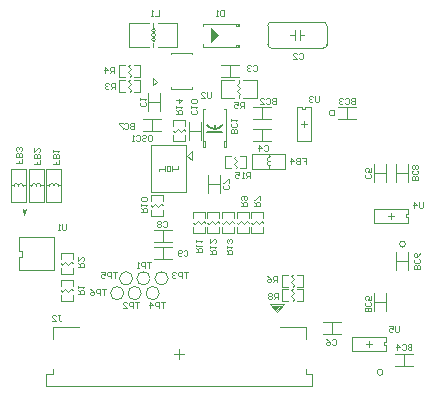
<source format=gbo>
%FSLAX44Y44*%
%MOMM*%
G71*
G01*
G75*
G04 Layer_Color=32896*
%ADD10R,0.4000X1.0000*%
%ADD11R,1.0000X0.4000*%
%ADD12R,0.7250X2.3500*%
%ADD13R,3.0000X2.1000*%
%ADD14R,1.6000X0.8000*%
%ADD15C,0.2000*%
%ADD16C,0.2540*%
%ADD17C,0.4000*%
%ADD18C,0.3000*%
%ADD19R,1.1000X0.4000*%
%ADD20R,1.9250X2.3500*%
%ADD21C,4.0000*%
G04:AMPARAMS|DCode=22|XSize=4.7mm|YSize=4mm|CornerRadius=2mm|HoleSize=0mm|Usage=FLASHONLY|Rotation=45.000|XOffset=0mm|YOffset=0mm|HoleType=Round|Shape=RoundedRectangle|*
%AMROUNDEDRECTD22*
21,1,4.7000,0.0000,0,0,45.0*
21,1,0.7000,4.0000,0,0,45.0*
1,1,4.0000,0.2475,0.2475*
1,1,4.0000,-0.2475,-0.2475*
1,1,4.0000,-0.2475,-0.2475*
1,1,4.0000,0.2475,0.2475*
%
%ADD22ROUNDEDRECTD22*%
G04:AMPARAMS|DCode=23|XSize=4.7mm|YSize=4mm|CornerRadius=2mm|HoleSize=0mm|Usage=FLASHONLY|Rotation=-45.000|XOffset=0mm|YOffset=0mm|HoleType=Round|Shape=RoundedRectangle|*
%AMROUNDEDRECTD23*
21,1,4.7000,0.0000,0,0,-45.0*
21,1,0.7000,4.0000,0,0,-45.0*
1,1,4.0000,0.2475,-0.2475*
1,1,4.0000,-0.2475,0.2475*
1,1,4.0000,-0.2475,0.2475*
1,1,4.0000,0.2475,-0.2475*
%
%ADD23ROUNDEDRECTD23*%
%ADD24C,0.5000*%
%ADD25C,0.5000*%
%ADD26C,3.6000*%
%ADD27R,0.5000X0.6000*%
%ADD28R,0.6000X0.5000*%
%ADD29R,1.1000X0.5000*%
%ADD30R,2.1844X2.4130*%
%ADD31R,0.3000X1.1000*%
%ADD32R,1.2700X0.5080*%
%ADD33R,2.4000X1.2500*%
%ADD34R,1.2000X1.2500*%
%ADD35R,0.5000X1.1000*%
%ADD36R,0.8890X1.0160*%
%ADD37C,0.8000*%
%ADD38R,0.8128X0.8128*%
%ADD39R,1.2000X1.4000*%
%ADD40R,1.2000X1.6000*%
%ADD41R,1.2954X1.6002*%
%ADD42R,1.3970X1.3970*%
%ADD43R,0.8128X0.8128*%
%ADD44O,0.3000X1.5000*%
%ADD45R,2.1800X1.7200*%
%ADD46C,4.4000*%
%ADD47C,0.1270*%
%ADD48C,1.4000*%
%ADD49C,0.1200*%
%ADD50C,0.1000*%
%ADD51R,3.2000X3.2000*%
%ADD52R,1.0750X0.6000*%
%ADD53R,1.4000X2.5500*%
%ADD54R,0.6040X1.2040*%
%ADD55R,1.2040X0.6040*%
%ADD56R,0.9290X2.5540*%
%ADD57R,3.2040X2.3040*%
%ADD58R,1.8040X1.0040*%
%ADD59C,4.2040*%
G04:AMPARAMS|DCode=60|XSize=4.904mm|YSize=4.204mm|CornerRadius=2.102mm|HoleSize=0mm|Usage=FLASHONLY|Rotation=45.000|XOffset=0mm|YOffset=0mm|HoleType=Round|Shape=RoundedRectangle|*
%AMROUNDEDRECTD60*
21,1,4.9040,0.0000,0,0,45.0*
21,1,0.7000,4.2040,0,0,45.0*
1,1,4.2040,0.2475,0.2475*
1,1,4.2040,-0.2475,-0.2475*
1,1,4.2040,-0.2475,-0.2475*
1,1,4.2040,0.2475,0.2475*
%
%ADD60ROUNDEDRECTD60*%
G04:AMPARAMS|DCode=61|XSize=4.904mm|YSize=4.204mm|CornerRadius=2.102mm|HoleSize=0mm|Usage=FLASHONLY|Rotation=-45.000|XOffset=0mm|YOffset=0mm|HoleType=Round|Shape=RoundedRectangle|*
%AMROUNDEDRECTD61*
21,1,4.9040,0.0000,0,0,-45.0*
21,1,0.7000,4.2040,0,0,-45.0*
1,1,4.2040,0.2475,-0.2475*
1,1,4.2040,-0.2475,0.2475*
1,1,4.2040,-0.2475,0.2475*
1,1,4.2040,0.2475,-0.2475*
%
%ADD61ROUNDEDRECTD61*%
%ADD62C,0.7040*%
%ADD63R,0.7040X0.8040*%
%ADD64R,0.8040X0.7040*%
%ADD65R,1.3040X0.7040*%
%ADD66R,2.3884X2.6170*%
%ADD67R,0.5040X1.3040*%
%ADD68R,1.4740X0.7120*%
%ADD69R,2.6040X1.4540*%
%ADD70R,1.4040X1.4540*%
%ADD71R,0.7040X1.3040*%
%ADD72R,1.0930X1.2200*%
%ADD73C,1.0040*%
%ADD74R,1.0168X1.0168*%
%ADD75R,1.4040X1.6040*%
%ADD76R,1.4040X1.8040*%
%ADD77R,1.4994X1.8042*%
%ADD78R,1.6010X1.6010*%
%ADD79R,1.0168X1.0168*%
%ADD80O,0.5040X1.7040*%
%ADD81R,2.3840X1.9240*%
%ADD82C,4.6040*%
%ADD83C,0.1250*%
%ADD84C,0.1524*%
G36*
X-6313Y160000D02*
X-13250Y153062D01*
Y166938D01*
X-6313Y160000D01*
D02*
G37*
D49*
X-86907Y-58497D02*
G03*
X-86907Y-58497I-5590J0D01*
G01*
X-56907D02*
G03*
X-56907Y-58497I-5590J0D01*
G01*
X-49410Y-46000D02*
G03*
X-49410Y-46000I-5590J0D01*
G01*
X-79410D02*
G03*
X-79410Y-46000I-5590J0D01*
G01*
X-72172Y-58497D02*
G03*
X-72172Y-58497I-5590J0D01*
G01*
X-64675Y-46000D02*
G03*
X-64675Y-46000I-5590J0D01*
G01*
X35000Y152000D02*
G03*
X38000Y149000I3000J0D01*
G01*
X82000D02*
G03*
X85000Y152000I0J3000D01*
G01*
Y168000D02*
G03*
X82000Y171000I-3000J0D01*
G01*
X38000D02*
G03*
X35000Y168000I0J-3000D01*
G01*
X-152497Y-137002D02*
X72503D01*
X-152497D02*
Y-127002D01*
X-146997D01*
X-152497Y-137002D02*
Y-127002D01*
X-146997D01*
Y-123002D01*
Y-97002D02*
Y-87002D01*
X-124997D01*
X67003Y-97002D02*
Y-87002D01*
X45003D02*
X67003D01*
X72503Y-137002D02*
Y-127002D01*
X67003D02*
X72503D01*
X67003D02*
Y-123002D01*
X72503Y-137002D02*
Y-127002D01*
X67003D02*
X72503D01*
X42503Y-74102D02*
X48503Y-68102D01*
X36503D02*
X48503D01*
X36503D02*
X42503Y-74102D01*
Y-72602D02*
X46003Y-69102D01*
X39003D02*
X46003D01*
X39003D02*
X42503Y-72602D01*
Y-71102D02*
X43503Y-70102D01*
X41503D02*
X43503D01*
X41503D02*
X42503Y-71102D01*
X-43997Y-110002D02*
X-35997D01*
X-39997Y-114002D02*
Y-106002D01*
X-64000Y27000D02*
Y67000D01*
Y27000D02*
X-34000D01*
Y67000D01*
X-64000D02*
X-34000D01*
X-46000Y45000D02*
Y49000D01*
X-48000Y45000D02*
Y49000D01*
X-50000Y45000D02*
X-48000D01*
X-50000D02*
Y49000D01*
X-48000D01*
X-52000Y45000D02*
Y49000D01*
X-33000Y58000D02*
X-29000Y62000D01*
Y54000D02*
Y62000D01*
X-33000Y58000D02*
X-29000Y54000D01*
X-46000Y47000D02*
X-41000D01*
Y49000D01*
X-57000Y47000D02*
X-52000D01*
X-57000Y45000D02*
Y47000D01*
X-64000Y27000D02*
Y67000D01*
Y27000D02*
X-34000D01*
Y67000D01*
X-64000D02*
X-34000D01*
X38000Y149000D02*
X82000D01*
X85000Y152000D02*
Y168000D01*
X38000Y171000D02*
X82000D01*
X35000Y152000D02*
Y168000D01*
X58000Y156000D02*
Y164000D01*
X62000Y156000D02*
Y164000D01*
Y160000D02*
X66000D01*
X54000D02*
X58000D01*
D50*
X43384Y-63297D02*
Y-58299D01*
X40885D01*
X40052Y-59132D01*
Y-60798D01*
X40885Y-61631D01*
X43384D01*
X41718D02*
X40052Y-63297D01*
X38386Y-59132D02*
X37553Y-58299D01*
X35887D01*
X35054Y-59132D01*
Y-59965D01*
X35887Y-60798D01*
X35054Y-61631D01*
Y-62464D01*
X35887Y-63297D01*
X37553D01*
X38386Y-62464D01*
Y-61631D01*
X37553Y-60798D01*
X38386Y-59965D01*
Y-59132D01*
X37553Y-60798D02*
X35887D01*
X43000Y-49000D02*
Y-44002D01*
X40501D01*
X39668Y-44835D01*
Y-46501D01*
X40501Y-47334D01*
X43000D01*
X41334D02*
X39668Y-49000D01*
X34669Y-44002D02*
X36335Y-44835D01*
X38002Y-46501D01*
Y-48167D01*
X37169Y-49000D01*
X35502D01*
X34669Y-48167D01*
Y-47334D01*
X35502Y-46501D01*
X38002D01*
X-72000Y10000D02*
X-67002D01*
Y12499D01*
X-67835Y13332D01*
X-69501D01*
X-70334Y12499D01*
Y10000D01*
Y11666D02*
X-72000Y13332D01*
Y14998D02*
Y16665D01*
Y15831D01*
X-67002D01*
X-67835Y14998D01*
Y19164D02*
X-67002Y19997D01*
Y21663D01*
X-67835Y22496D01*
X-71167D01*
X-72000Y21663D01*
Y19997D01*
X-71167Y19164D01*
X-67835D01*
X1165Y33332D02*
X1998Y32499D01*
Y30833D01*
X1165Y30000D01*
X-2167D01*
X-3000Y30833D01*
Y32499D01*
X-2167Y33332D01*
X1998Y34998D02*
Y38331D01*
X1165D01*
X-2167Y34998D01*
X-3000D01*
X-78000Y85567D02*
Y80569D01*
X-80499D01*
X-81332Y81402D01*
Y82235D01*
X-80499Y83068D01*
X-78000D01*
X-80499D01*
X-81332Y83901D01*
Y84734D01*
X-80499Y85567D01*
X-78000D01*
X-86331Y84734D02*
X-85498Y85567D01*
X-83831D01*
X-82998Y84734D01*
Y81402D01*
X-83831Y80569D01*
X-85498D01*
X-86331Y81402D01*
X-87997Y85567D02*
X-91329D01*
Y84734D01*
X-87997Y81402D01*
Y80569D01*
X78000Y107998D02*
Y103833D01*
X77167Y103000D01*
X75501D01*
X74668Y103833D01*
Y107998D01*
X73002Y107165D02*
X72169Y107998D01*
X70502D01*
X69669Y107165D01*
Y106332D01*
X70502Y105499D01*
X71336D01*
X70502D01*
X69669Y104666D01*
Y103833D01*
X70502Y103000D01*
X72169D01*
X73002Y103833D01*
X-142332Y-77002D02*
X-140666D01*
X-141499D01*
Y-81167D01*
X-140666Y-82000D01*
X-139833D01*
X-139000Y-81167D01*
X-147331Y-82000D02*
X-143998D01*
X-147331Y-78668D01*
Y-77835D01*
X-146497Y-77002D01*
X-144831D01*
X-143998Y-77835D01*
X-13000Y111998D02*
Y107833D01*
X-13833Y107000D01*
X-15499D01*
X-16332Y107833D01*
Y111998D01*
X-21331Y107000D02*
X-17998D01*
X-21331Y110332D01*
Y111165D01*
X-20498Y111998D01*
X-18831D01*
X-17998Y111165D01*
X-2000Y180998D02*
Y176000D01*
X-4499D01*
X-5332Y176833D01*
Y180165D01*
X-4499Y180998D01*
X-2000D01*
X-6998Y176000D02*
X-8665D01*
X-7831D01*
Y180998D01*
X-6998Y180165D01*
X156658Y-101232D02*
Y-106230D01*
X154159D01*
X153326Y-105397D01*
Y-104564D01*
X154159Y-103731D01*
X156658D01*
X154159D01*
X153326Y-102898D01*
Y-102065D01*
X154159Y-101232D01*
X156658D01*
X148328Y-102065D02*
X149160Y-101232D01*
X150827D01*
X151660Y-102065D01*
Y-105397D01*
X150827Y-106230D01*
X149160D01*
X148328Y-105397D01*
X144162Y-106230D02*
Y-101232D01*
X146661Y-103731D01*
X143329D01*
X121998Y-74000D02*
X117000D01*
Y-71501D01*
X117833Y-70668D01*
X118666D01*
X119499Y-71501D01*
Y-74000D01*
Y-71501D01*
X120332Y-70668D01*
X121165D01*
X121998Y-71501D01*
Y-74000D01*
X121165Y-65669D02*
X121998Y-66502D01*
Y-68169D01*
X121165Y-69002D01*
X117833D01*
X117000Y-68169D01*
Y-66502D01*
X117833Y-65669D01*
X121998Y-60671D02*
Y-64003D01*
X119499D01*
X120332Y-62337D01*
Y-61504D01*
X119499Y-60671D01*
X117833D01*
X117000Y-61504D01*
Y-63170D01*
X117833Y-64003D01*
X89668Y-97835D02*
X90501Y-97002D01*
X92167D01*
X93000Y-97835D01*
Y-101167D01*
X92167Y-102000D01*
X90501D01*
X89668Y-101167D01*
X84669Y-97002D02*
X86335Y-97835D01*
X88002Y-99501D01*
Y-101167D01*
X87169Y-102000D01*
X85502D01*
X84669Y-101167D01*
Y-100334D01*
X85502Y-99501D01*
X88002D01*
X146000Y-86002D02*
Y-90167D01*
X145167Y-91000D01*
X143501D01*
X142668Y-90167D01*
Y-86002D01*
X137669D02*
X141002D01*
Y-88501D01*
X139335Y-87668D01*
X138502D01*
X137669Y-88501D01*
Y-90167D01*
X138502Y-91000D01*
X140169D01*
X141002Y-90167D01*
X161998Y37000D02*
X157000D01*
Y39499D01*
X157833Y40332D01*
X158666D01*
X159499Y39499D01*
Y37000D01*
Y39499D01*
X160332Y40332D01*
X161165D01*
X161998Y39499D01*
Y37000D01*
X161165Y45331D02*
X161998Y44497D01*
Y42831D01*
X161165Y41998D01*
X157833D01*
X157000Y42831D01*
Y44497D01*
X157833Y45331D01*
X161165Y46997D02*
X161998Y47830D01*
Y49496D01*
X161165Y50329D01*
X160332D01*
X159499Y49496D01*
X158666Y50329D01*
X157833D01*
X157000Y49496D01*
Y47830D01*
X157833Y46997D01*
X158666D01*
X159499Y47830D01*
X160332Y46997D01*
X161165D01*
X159499Y47830D02*
Y49496D01*
X121165Y42332D02*
X121998Y41499D01*
Y39833D01*
X121165Y39000D01*
X117833D01*
X117000Y39833D01*
Y41499D01*
X117833Y42332D01*
X121998Y47331D02*
Y43998D01*
X119499D01*
X120332Y45665D01*
Y46498D01*
X119499Y47331D01*
X117833D01*
X117000Y46498D01*
Y44831D01*
X117833Y43998D01*
X163688Y-37658D02*
X158690D01*
Y-35159D01*
X159523Y-34326D01*
X160356D01*
X161189Y-35159D01*
Y-37658D01*
Y-35159D01*
X162022Y-34326D01*
X162855D01*
X163688Y-35159D01*
Y-37658D01*
X162855Y-29327D02*
X163688Y-30161D01*
Y-31827D01*
X162855Y-32660D01*
X159523D01*
X158690Y-31827D01*
Y-30161D01*
X159523Y-29327D01*
X163688Y-24329D02*
X162855Y-25995D01*
X161189Y-27661D01*
X159523D01*
X158690Y-26828D01*
Y-25162D01*
X159523Y-24329D01*
X160356D01*
X161189Y-25162D01*
Y-27661D01*
X166000Y18998D02*
Y14833D01*
X165167Y14000D01*
X163501D01*
X162668Y14833D01*
Y18998D01*
X158503Y14000D02*
Y18998D01*
X161002Y16499D01*
X157669D01*
X108500Y106998D02*
Y102000D01*
X106001D01*
X105168Y102833D01*
Y103666D01*
X106001Y104499D01*
X108500D01*
X106001D01*
X105168Y105332D01*
Y106165D01*
X106001Y106998D01*
X108500D01*
X100169Y106165D02*
X101002Y106998D01*
X102669D01*
X103502Y106165D01*
Y102833D01*
X102669Y102000D01*
X101002D01*
X100169Y102833D01*
X98503Y106165D02*
X97670Y106998D01*
X96004D01*
X95171Y106165D01*
Y105332D01*
X96004Y104499D01*
X96837D01*
X96004D01*
X95171Y103666D01*
Y102833D01*
X96004Y102000D01*
X97670D01*
X98503Y102833D01*
X31668Y66165D02*
X32501Y66998D01*
X34167D01*
X35000Y66165D01*
Y62833D01*
X34167Y62000D01*
X32501D01*
X31668Y62833D01*
X27503Y62000D02*
Y66998D01*
X30002Y64499D01*
X26669D01*
X42000Y106998D02*
Y102000D01*
X39501D01*
X38668Y102833D01*
Y103666D01*
X39501Y104499D01*
X42000D01*
X39501D01*
X38668Y105332D01*
Y106165D01*
X39501Y106998D01*
X42000D01*
X33669Y106165D02*
X34502Y106998D01*
X36169D01*
X37002Y106165D01*
Y102833D01*
X36169Y102000D01*
X34502D01*
X33669Y102833D01*
X28671Y102000D02*
X32003D01*
X28671Y105332D01*
Y106165D01*
X29504Y106998D01*
X31170D01*
X32003Y106165D01*
X15000Y98000D02*
Y102998D01*
X12501D01*
X11668Y102165D01*
Y100499D01*
X12501Y99666D01*
X15000D01*
X13334D02*
X11668Y98000D01*
X6669Y102998D02*
X10002D01*
Y100499D01*
X8335Y101332D01*
X7502D01*
X6669Y100499D01*
Y98833D01*
X7502Y98000D01*
X9169D01*
X10002Y98833D01*
X-94563Y114253D02*
Y119251D01*
X-97062D01*
X-97895Y118418D01*
Y116752D01*
X-97062Y115919D01*
X-94563D01*
X-96229D02*
X-97895Y114253D01*
X-99561Y118418D02*
X-100394Y119251D01*
X-102060D01*
X-102894Y118418D01*
Y117585D01*
X-102060Y116752D01*
X-101228D01*
X-102060D01*
X-102894Y115919D01*
Y115086D01*
X-102060Y114253D01*
X-100394D01*
X-99561Y115086D01*
X-95000Y128000D02*
Y132998D01*
X-97499D01*
X-98332Y132165D01*
Y130499D01*
X-97499Y129666D01*
X-95000D01*
X-96666D02*
X-98332Y128000D01*
X-102498D02*
Y132998D01*
X-99998Y130499D01*
X-103331D01*
X-126000Y-36000D02*
X-121002D01*
Y-33501D01*
X-121835Y-32668D01*
X-123501D01*
X-124334Y-33501D01*
Y-36000D01*
Y-34334D02*
X-126000Y-32668D01*
Y-27669D02*
Y-31002D01*
X-122668Y-27669D01*
X-121835D01*
X-121002Y-28503D01*
Y-30169D01*
X-121835Y-31002D01*
X-126000Y-59000D02*
X-121002D01*
Y-56501D01*
X-121835Y-55668D01*
X-123501D01*
X-124334Y-56501D01*
Y-59000D01*
Y-57334D02*
X-126000Y-55668D01*
Y-54002D02*
Y-52336D01*
Y-53169D01*
X-121002D01*
X-121835Y-54002D01*
X-102000Y-55002D02*
X-105332D01*
X-103666D01*
Y-60000D01*
X-106998D02*
Y-55002D01*
X-109497D01*
X-110331Y-55835D01*
Y-57501D01*
X-109497Y-58334D01*
X-106998D01*
X-115329Y-55002D02*
X-113663Y-55835D01*
X-111997Y-57501D01*
Y-59167D01*
X-112830Y-60000D01*
X-114496D01*
X-115329Y-59167D01*
Y-58334D01*
X-114496Y-57501D01*
X-111997D01*
X-52000Y-66002D02*
X-55332D01*
X-53666D01*
Y-71000D01*
X-56998D02*
Y-66002D01*
X-59497D01*
X-60331Y-66835D01*
Y-68501D01*
X-59497Y-69334D01*
X-56998D01*
X-64496Y-71000D02*
Y-66002D01*
X-61997Y-68501D01*
X-65329D01*
X-32497Y-40499D02*
X-35829D01*
X-34163D01*
Y-45497D01*
X-37496D02*
Y-40499D01*
X-39995D01*
X-40828Y-41332D01*
Y-42998D01*
X-39995Y-43831D01*
X-37496D01*
X-42494Y-41332D02*
X-43327Y-40499D01*
X-44993D01*
X-45826Y-41332D01*
Y-42165D01*
X-44993Y-42998D01*
X-44160D01*
X-44993D01*
X-45826Y-43831D01*
Y-44664D01*
X-44993Y-45497D01*
X-43327D01*
X-42494Y-44664D01*
X23000Y15000D02*
X27998D01*
Y17499D01*
X27165Y18332D01*
X25499D01*
X24666Y17499D01*
Y15000D01*
Y16666D02*
X23000Y18332D01*
X27998Y19998D02*
Y23331D01*
X27165D01*
X23833Y19998D01*
X23000D01*
X12000Y15000D02*
X16998D01*
Y17499D01*
X16165Y18332D01*
X14499D01*
X13666Y17499D01*
Y15000D01*
Y16666D02*
X12000Y18332D01*
X12833Y19998D02*
X12000Y20831D01*
Y22497D01*
X12833Y23331D01*
X16165D01*
X16998Y22497D01*
Y20831D01*
X16165Y19998D01*
X15332D01*
X14499Y20831D01*
Y23331D01*
X-43000Y93000D02*
X-38002D01*
Y95499D01*
X-38835Y96332D01*
X-40501D01*
X-41334Y95499D01*
Y93000D01*
Y94666D02*
X-43000Y96332D01*
Y97998D02*
Y99664D01*
Y98831D01*
X-38002D01*
X-38835Y97998D01*
X-43000Y104663D02*
X-38002D01*
X-40501Y102164D01*
Y105496D01*
X-93000Y-41002D02*
X-96332D01*
X-94666D01*
Y-46000D01*
X-97998D02*
Y-41002D01*
X-100498D01*
X-101331Y-41835D01*
Y-43501D01*
X-100498Y-44334D01*
X-97998D01*
X-106329Y-41002D02*
X-102997D01*
Y-43501D01*
X-104663Y-42668D01*
X-105496D01*
X-106329Y-43501D01*
Y-45167D01*
X-105496Y-46000D01*
X-103830D01*
X-102997Y-45167D01*
X-142002Y54332D02*
Y51000D01*
X-144501D01*
Y52666D01*
Y51000D01*
X-147000D01*
X-142002Y55998D02*
X-147000D01*
Y58498D01*
X-146167Y59331D01*
X-145334D01*
X-144501Y58498D01*
Y55998D01*
Y58498D01*
X-143668Y59331D01*
X-142835D01*
X-142002Y58498D01*
Y55998D01*
X-147000Y60997D02*
Y62663D01*
Y61830D01*
X-142002D01*
X-142835Y60997D01*
X-74000Y-66002D02*
X-77332D01*
X-75666D01*
Y-71000D01*
X-78998D02*
Y-66002D01*
X-81498D01*
X-82331Y-66835D01*
Y-68501D01*
X-81498Y-69334D01*
X-78998D01*
X-87329Y-71000D02*
X-83997D01*
X-87329Y-67668D01*
Y-66835D01*
X-86496Y-66002D01*
X-84830D01*
X-83997Y-66835D01*
X-64000Y-32002D02*
X-67332D01*
X-65666D01*
Y-37000D01*
X-68998D02*
Y-32002D01*
X-71498D01*
X-72331Y-32835D01*
Y-34501D01*
X-71498Y-35334D01*
X-68998D01*
X-73997Y-37000D02*
X-75663D01*
X-74830D01*
Y-32002D01*
X-73997Y-32835D01*
X-13730Y-25158D02*
X-8732D01*
Y-22659D01*
X-9565Y-21826D01*
X-11231D01*
X-12064Y-22659D01*
Y-25158D01*
Y-23492D02*
X-13730Y-21826D01*
Y-20160D02*
Y-18494D01*
Y-19327D01*
X-8732D01*
X-9565Y-20160D01*
X-13730Y-12662D02*
Y-15994D01*
X-10398Y-12662D01*
X-9565D01*
X-8732Y-13495D01*
Y-15161D01*
X-9565Y-15994D01*
X-26000Y-24000D02*
X-21002D01*
Y-21501D01*
X-21835Y-20668D01*
X-23501D01*
X-24334Y-21501D01*
Y-24000D01*
Y-22334D02*
X-26000Y-20668D01*
Y-19002D02*
Y-17335D01*
Y-18169D01*
X-21002D01*
X-21835Y-19002D01*
X-26000Y-14836D02*
Y-13170D01*
Y-14003D01*
X-21002D01*
X-21835Y-14836D01*
X-65843Y74998D02*
X-64177D01*
X-63343Y74165D01*
Y70833D01*
X-64177Y70000D01*
X-65843D01*
X-66676Y70833D01*
Y74165D01*
X-65843Y74998D01*
X-71674Y74165D02*
X-70841Y74998D01*
X-69175D01*
X-68342Y74165D01*
Y73332D01*
X-69175Y72499D01*
X-70841D01*
X-71674Y71666D01*
Y70833D01*
X-70841Y70000D01*
X-69175D01*
X-68342Y70833D01*
X-76672Y74165D02*
X-75839Y74998D01*
X-74173D01*
X-73340Y74165D01*
Y70833D01*
X-74173Y70000D01*
X-75839D01*
X-76672Y70833D01*
X-78338Y70000D02*
X-80005D01*
X-79172D01*
Y74998D01*
X-78338Y74165D01*
X-173002Y55332D02*
Y52000D01*
X-175501D01*
Y53666D01*
Y52000D01*
X-178000D01*
X-173002Y56998D02*
X-178000D01*
Y59497D01*
X-177167Y60331D01*
X-176334D01*
X-175501Y59497D01*
Y56998D01*
Y59497D01*
X-174668Y60331D01*
X-173835D01*
X-173002Y59497D01*
Y56998D01*
X-173835Y61997D02*
X-173002Y62830D01*
Y64496D01*
X-173835Y65329D01*
X-174668D01*
X-175501Y64496D01*
Y63663D01*
Y64496D01*
X-176334Y65329D01*
X-177167D01*
X-178000Y64496D01*
Y62830D01*
X-177167Y61997D01*
X-158002Y54332D02*
Y51000D01*
X-160501D01*
Y52666D01*
Y51000D01*
X-163000D01*
X-158002Y55998D02*
X-163000D01*
Y58498D01*
X-162167Y59331D01*
X-161334D01*
X-160501Y58498D01*
Y55998D01*
Y58498D01*
X-159668Y59331D01*
X-158835D01*
X-158002Y58498D01*
Y55998D01*
X-163000Y64329D02*
Y60997D01*
X-159668Y64329D01*
X-158835D01*
X-158002Y63496D01*
Y61830D01*
X-158835Y60997D01*
X-25835Y96332D02*
X-25002Y95499D01*
Y93833D01*
X-25835Y93000D01*
X-29167D01*
X-30000Y93833D01*
Y95499D01*
X-29167Y96332D01*
X-30000Y97998D02*
Y99664D01*
Y98831D01*
X-25002D01*
X-25835Y97998D01*
Y102164D02*
X-25002Y102997D01*
Y104663D01*
X-25835Y105496D01*
X-29167D01*
X-30000Y104663D01*
Y102997D01*
X-29167Y102164D01*
X-25835D01*
X-36332Y-22835D02*
X-35499Y-22002D01*
X-33833D01*
X-33000Y-22835D01*
Y-26167D01*
X-33833Y-27000D01*
X-35499D01*
X-36332Y-26167D01*
X-37998D02*
X-38831Y-27000D01*
X-40498D01*
X-41331Y-26167D01*
Y-22835D01*
X-40498Y-22002D01*
X-38831D01*
X-37998Y-22835D01*
Y-23668D01*
X-38831Y-24501D01*
X-41331D01*
X-53989Y1434D02*
X-53156Y2267D01*
X-51490D01*
X-50657Y1434D01*
Y-1898D01*
X-51490Y-2731D01*
X-53156D01*
X-53989Y-1898D01*
X-55655Y1434D02*
X-56488Y2267D01*
X-58154D01*
X-58987Y1434D01*
Y601D01*
X-58154Y-232D01*
X-58987Y-1065D01*
Y-1898D01*
X-58154Y-2731D01*
X-56488D01*
X-55655Y-1898D01*
Y-1065D01*
X-56488Y-232D01*
X-55655Y601D01*
Y1434D01*
X-56488Y-232D02*
X-58154D01*
X22668Y134165D02*
X23501Y134998D01*
X25167D01*
X26000Y134165D01*
Y130833D01*
X25167Y130000D01*
X23501D01*
X22668Y130833D01*
X21002Y134165D02*
X20169Y134998D01*
X18503D01*
X17669Y134165D01*
Y133332D01*
X18503Y132499D01*
X19336D01*
X18503D01*
X17669Y131666D01*
Y130833D01*
X18503Y130000D01*
X20169D01*
X21002Y130833D01*
X61668Y144165D02*
X62501Y144998D01*
X64167D01*
X65000Y144165D01*
Y140833D01*
X64167Y140000D01*
X62501D01*
X61668Y140833D01*
X56669Y140000D02*
X60002D01*
X56669Y143332D01*
Y144165D01*
X57502Y144998D01*
X59169D01*
X60002Y144165D01*
X-68835Y103332D02*
X-68002Y102499D01*
Y100833D01*
X-68835Y100000D01*
X-72167D01*
X-73000Y100833D01*
Y102499D01*
X-72167Y103332D01*
X-73000Y104998D02*
Y106664D01*
Y105831D01*
X-68002D01*
X-68835Y104998D01*
X8998Y77000D02*
X4000D01*
Y79499D01*
X4833Y80332D01*
X5666D01*
X6499Y79499D01*
Y77000D01*
Y79499D01*
X7332Y80332D01*
X8165D01*
X8998Y79499D01*
Y77000D01*
X8165Y85331D02*
X8998Y84497D01*
Y82831D01*
X8165Y81998D01*
X4833D01*
X4000Y82831D01*
Y84497D01*
X4833Y85331D01*
X4000Y86997D02*
Y88663D01*
Y87830D01*
X8998D01*
X8165Y86997D01*
X-57000Y180998D02*
Y176000D01*
X-60332D01*
X-61998D02*
X-63664D01*
X-62831D01*
Y180998D01*
X-61998Y180165D01*
X20000Y39000D02*
Y43998D01*
X17501D01*
X16668Y43165D01*
Y41499D01*
X17501Y40666D01*
X20000D01*
X18334D02*
X16668Y39000D01*
X15002D02*
X13335D01*
X14169D01*
Y43998D01*
X15002Y43165D01*
X7504Y43998D02*
X10836D01*
Y41499D01*
X9170Y42332D01*
X8337D01*
X7504Y41499D01*
Y39833D01*
X8337Y39000D01*
X10003D01*
X10836Y39833D01*
X63668Y55998D02*
X67000D01*
Y53499D01*
X65334D01*
X67000D01*
Y51000D01*
X62002Y55998D02*
Y51000D01*
X59502D01*
X58669Y51833D01*
Y52666D01*
X59502Y53499D01*
X62002D01*
X59502D01*
X58669Y54332D01*
Y55165D01*
X59502Y55998D01*
X62002D01*
X54504Y51000D02*
Y55998D01*
X57003Y53499D01*
X53671D01*
X69Y-25500D02*
X5067D01*
Y-23001D01*
X4234Y-22168D01*
X2568D01*
X1735Y-23001D01*
Y-25500D01*
Y-23834D02*
X69Y-22168D01*
Y-20502D02*
Y-18836D01*
Y-19669D01*
X5067D01*
X4234Y-20502D01*
Y-16336D02*
X5067Y-15503D01*
Y-13837D01*
X4234Y-13004D01*
X3401D01*
X2568Y-13837D01*
Y-14670D01*
Y-13837D01*
X1735Y-13004D01*
X902D01*
X69Y-13837D01*
Y-15503D01*
X902Y-16336D01*
X-136000Y-2D02*
Y-4167D01*
X-136833Y-5000D01*
X-138499D01*
X-139332Y-4167D01*
Y-2D01*
X-140998Y-5000D02*
X-142664D01*
X-141831D01*
Y-2D01*
X-140998Y-835D01*
D83*
X92000Y94000D02*
G03*
X92000Y94000I-2500J0D01*
G01*
X132500Y-125500D02*
G03*
X132500Y-125500I-2500J0D01*
G01*
X151500Y-17000D02*
G03*
X151500Y-17000I-2500J0D01*
G01*
X-142190Y31731D02*
G03*
X-145999Y31728I-1905J634D01*
G01*
X-146000Y31731D02*
G03*
X-149809Y31728I-1905J634D01*
G01*
X-172190Y31731D02*
G03*
X-175999Y31728I-1905J634D01*
G01*
X-176000Y31731D02*
G03*
X-179809Y31728I-1905J634D01*
G01*
X-157190Y31731D02*
G03*
X-160999Y31728I-1905J634D01*
G01*
X-161000Y31731D02*
G03*
X-164809Y31728I-1905J634D01*
G01*
X-60204Y156190D02*
G03*
X-60204Y156190I-1796J0D01*
G01*
Y160000D02*
G03*
X-60204Y160000I-1796J0D01*
G01*
Y163810D02*
G03*
X-60204Y163810I-1796J0D01*
G01*
X37269Y56810D02*
G03*
X37272Y53001I-634J-1905D01*
G01*
X37269Y53000D02*
G03*
X37272Y49191I-634J-1905D01*
G01*
X59810Y-54920D02*
X64890D01*
Y-65080D02*
Y-54920D01*
X59810Y-65080D02*
X64890D01*
X47110Y-54920D02*
X52190D01*
X47110Y-65080D02*
Y-54920D01*
Y-65080D02*
X52190D01*
X54730Y-56190D02*
X56000Y-54920D01*
X54730Y-56190D02*
X57270Y-58730D01*
X54730Y-61270D02*
X57270Y-58730D01*
X54730Y-61270D02*
X57270Y-63810D01*
X56000Y-65080D02*
X57270Y-63810D01*
X56000Y-53080D02*
X57270Y-51810D01*
X54730Y-49270D02*
X57270Y-51810D01*
X54730Y-49270D02*
X57270Y-46730D01*
X54730Y-44190D02*
X57270Y-46730D01*
X54730Y-44190D02*
X56000Y-42920D01*
X47110Y-53080D02*
X52190D01*
X47110D02*
Y-42920D01*
X52190D01*
X59810Y-53080D02*
X64890D01*
Y-42920D01*
X59810D02*
X64890D01*
X-53815Y7110D02*
Y12190D01*
X-63975Y7110D02*
X-53815D01*
X-63975D02*
Y12190D01*
X-53815Y19810D02*
Y24890D01*
X-63975D02*
X-53815D01*
X-63975Y19810D02*
Y24890D01*
X-55085Y17270D02*
X-53815Y16000D01*
X-57625Y14730D02*
X-55085Y17270D01*
X-60165D02*
X-57625Y14730D01*
X-62705D02*
X-60165Y17270D01*
X-63975Y16000D02*
X-62705Y14730D01*
X-5420Y26630D02*
Y34250D01*
X-15580D02*
X-5420D01*
X-15580Y26630D02*
Y34250D01*
X-5420D02*
Y41870D01*
X-15580Y34250D02*
X-5420D01*
X-15580D02*
Y41870D01*
X-70620Y78920D02*
X-63000D01*
Y89080D01*
X-70620D02*
X-63000D01*
Y78920D02*
X-55380D01*
X-63000D02*
Y89080D01*
X-55380D01*
X63000Y84500D02*
X68000D01*
X65500Y82000D02*
Y87000D01*
X71500Y70000D02*
Y99000D01*
X59500Y70000D02*
X71500D01*
X59500D02*
Y99000D01*
X64250D01*
Y97188D02*
Y99000D01*
Y97188D02*
X66750D01*
Y99000D01*
X71500D01*
X-62000Y117500D02*
X-59000Y120500D01*
X-62000Y117500D02*
Y123500D01*
X-59000Y120500D01*
X-29110Y143970D02*
Y145240D01*
X-46890D02*
X-29110D01*
X-46890Y143970D02*
Y145240D01*
X-29110Y114760D02*
Y116030D01*
X-46890Y114760D02*
X-29110D01*
X-46890D02*
Y116030D01*
X-19500Y167750D02*
Y169750D01*
Y150250D02*
Y152250D01*
X8250Y168000D02*
Y169500D01*
X8250Y152000D02*
X8250Y150250D01*
X10500Y168000D02*
Y169750D01*
Y150250D02*
Y152000D01*
X-19500Y150250D02*
X10500D01*
X-19500Y169750D02*
X10500D01*
X9500Y152000D02*
X9500Y150250D01*
Y168000D02*
Y169500D01*
X8250Y168000D02*
X10500D01*
X8250Y152000D02*
X10500D01*
X150000Y-109920D02*
X157620D01*
X150000Y-120080D02*
Y-109920D01*
Y-120080D02*
X157620D01*
X142380Y-109920D02*
X150000D01*
Y-120080D02*
Y-109920D01*
X142380Y-120080D02*
X150000D01*
X124920Y-66000D02*
Y-58380D01*
Y-66000D02*
X135080D01*
Y-58380D01*
X124920Y-73620D02*
Y-66000D01*
X135080D01*
Y-73620D02*
Y-66000D01*
X81380Y-93080D02*
X89000D01*
Y-82920D01*
X81380D02*
X89000D01*
Y-93080D02*
X96620D01*
X89000D02*
Y-82920D01*
X96620D01*
X120500Y-104000D02*
Y-99000D01*
X118000Y-101500D02*
X123000D01*
X106000Y-107500D02*
X135000D01*
X106000D02*
Y-95500D01*
X135000D01*
Y-100250D02*
Y-95500D01*
X133188Y-100250D02*
X135000D01*
X133188Y-102750D02*
Y-100250D01*
Y-102750D02*
X135000D01*
Y-107500D02*
Y-102750D01*
X143920Y43500D02*
Y51120D01*
Y43500D02*
X154080D01*
Y51120D01*
X143920Y35880D02*
Y43500D01*
X154080D01*
Y35880D02*
Y43500D01*
X124920D02*
Y51120D01*
Y43500D02*
X135080D01*
Y51120D01*
X124920Y35880D02*
Y43500D01*
X135080D01*
Y35880D02*
Y43500D01*
X154000Y-38620D02*
Y-31000D01*
X143840D02*
X154000D01*
X143840Y-38620D02*
Y-31000D01*
X154000D02*
Y-23380D01*
X143840Y-31000D02*
X154000D01*
X143840D02*
Y-23380D01*
X139500Y4500D02*
Y9500D01*
X137000Y7000D02*
X142000D01*
X125000Y1000D02*
X154000D01*
X125000D02*
Y13000D01*
X154000D01*
Y8250D02*
Y13000D01*
X152188Y8250D02*
X154000D01*
X152188Y5750D02*
Y8250D01*
Y5750D02*
X154000D01*
Y1000D02*
Y5750D01*
X102000Y99080D02*
X109620D01*
X102000Y88920D02*
Y99080D01*
Y88920D02*
X109620D01*
X94380Y99080D02*
X102000D01*
Y88920D02*
Y99080D01*
X94380Y88920D02*
X102000D01*
X22380Y69920D02*
X30000D01*
Y80080D01*
X22380D02*
X30000D01*
Y69920D02*
X37620D01*
X30000D02*
Y80080D01*
X37620D01*
X22380Y88920D02*
X30000D01*
Y99080D01*
X22380D02*
X30000D01*
Y88920D02*
X37620D01*
X30000D02*
Y99080D01*
X37620D01*
X10620Y106380D02*
Y108920D01*
X11890Y110190D01*
X9350Y112730D02*
X11890Y110190D01*
X9350Y112730D02*
X11890Y115270D01*
X9350Y117810D02*
X11890Y115270D01*
X9350Y117810D02*
X10620Y119080D01*
Y121620D01*
X-4620Y106380D02*
X6810D01*
X-4620D02*
Y121620D01*
X6810D01*
X14430Y106380D02*
X25860D01*
Y121620D01*
X14430D02*
X25860D01*
X-78190Y122080D02*
X-73110D01*
Y111920D02*
Y122080D01*
X-78190Y111920D02*
X-73110D01*
X-90890Y122080D02*
X-85810D01*
X-90890Y111920D02*
Y122080D01*
Y111920D02*
X-85810D01*
X-83270Y120810D02*
X-82000Y122080D01*
X-83270Y120810D02*
X-80730Y118270D01*
X-83270Y115730D02*
X-80730Y118270D01*
X-83270Y115730D02*
X-80730Y113190D01*
X-82000Y111920D02*
X-80730Y113190D01*
X-83270Y133810D02*
X-82000Y135080D01*
X-83270Y133810D02*
X-80730Y131270D01*
X-83270Y128730D02*
X-80730Y131270D01*
X-83270Y128730D02*
X-80730Y126190D01*
X-82000Y124920D02*
X-80730Y126190D01*
X-78190Y135080D02*
X-73110D01*
Y124920D02*
Y135080D01*
X-78190Y124920D02*
X-73110D01*
X-90890Y135080D02*
X-85810D01*
X-90890Y124920D02*
Y135080D01*
Y124920D02*
X-85810D01*
X-129920Y-41890D02*
Y-36810D01*
X-140080Y-41890D02*
X-129920D01*
X-140080D02*
Y-36810D01*
X-129920Y-29190D02*
Y-24110D01*
X-140080D02*
X-129920D01*
X-140080Y-29190D02*
Y-24110D01*
X-131190Y-31730D02*
X-129920Y-33000D01*
X-133730Y-34270D02*
X-131190Y-31730D01*
X-136270D02*
X-133730Y-34270D01*
X-138810D02*
X-136270Y-31730D01*
X-140080Y-33000D02*
X-138810Y-34270D01*
X-129920Y-64890D02*
Y-59810D01*
X-140080Y-64890D02*
X-129920D01*
X-140080D02*
Y-59810D01*
X-129920Y-52190D02*
Y-47110D01*
X-140080D02*
X-129920D01*
X-140080Y-52190D02*
Y-47110D01*
X-131190Y-54730D02*
X-129920Y-56000D01*
X-133730Y-57270D02*
X-131190Y-54730D01*
X-136270D02*
X-133730Y-57270D01*
X-138810D02*
X-136270Y-54730D01*
X-140080Y-56000D02*
X-138810Y-57270D01*
X29810Y2270D02*
X31080Y1000D01*
X27270Y-270D02*
X29810Y2270D01*
X24730D02*
X27270Y-270D01*
X22190D02*
X24730Y2270D01*
X20920Y1000D02*
X22190Y-270D01*
X31080Y-7890D02*
Y-2810D01*
X20920Y-7890D02*
X31080D01*
X20920D02*
Y-2810D01*
X31080Y4810D02*
Y9890D01*
X20920D02*
X31080D01*
X20920Y4810D02*
Y9890D01*
X8920Y4810D02*
Y9890D01*
X19080D01*
Y4810D02*
Y9890D01*
X8920Y-7890D02*
Y-2810D01*
Y-7890D02*
X19080D01*
Y-2810D01*
X8920Y1000D02*
X10190Y-270D01*
X12730Y2270D01*
X15270Y-270D01*
X17810Y2270D01*
X19080Y1000D01*
X-36190Y80270D02*
X-34920Y79000D01*
X-38730Y77730D02*
X-36190Y80270D01*
X-41270D02*
X-38730Y77730D01*
X-43810D02*
X-41270Y80270D01*
X-45080Y79000D02*
X-43810Y77730D01*
X-34920Y70110D02*
Y75190D01*
X-45080Y70110D02*
X-34920D01*
X-45080D02*
Y75190D01*
X-34920Y82810D02*
Y87890D01*
X-45080D02*
X-34920D01*
X-45080Y82810D02*
Y87890D01*
X-142190Y33000D02*
X-140000D01*
X-152000D02*
X-149810D01*
X-139650Y19030D02*
Y22840D01*
X-152350Y19030D02*
X-139650D01*
X-152350D02*
Y46970D01*
X-139650D01*
Y22840D02*
Y46970D01*
X-5920Y-7890D02*
Y-2810D01*
X-16080Y-7890D02*
X-5920D01*
X-16080D02*
Y-2810D01*
X-5920Y4810D02*
Y9890D01*
X-16080D02*
X-5920D01*
X-16080Y4810D02*
Y9890D01*
X-7190Y2270D02*
X-5920Y1000D01*
X-9730Y-270D02*
X-7190Y2270D01*
X-12270D02*
X-9730Y-270D01*
X-14810D02*
X-12270Y2270D01*
X-16080Y1000D02*
X-14810Y-270D01*
X-17920Y-7890D02*
Y-2810D01*
X-28080Y-7890D02*
X-17920D01*
X-28080D02*
Y-2810D01*
X-17920Y4810D02*
Y9890D01*
X-28080D02*
X-17920D01*
X-28080Y4810D02*
Y9890D01*
X-19190Y2270D02*
X-17920Y1000D01*
X-21730Y-270D02*
X-19190Y2270D01*
X-24270D02*
X-21730Y-270D01*
X-26810D02*
X-24270Y2270D01*
X-28080Y1000D02*
X-26810Y-270D01*
X-172190Y33000D02*
X-170000D01*
X-182000D02*
X-179810D01*
X-169650Y19030D02*
Y22840D01*
X-182350Y19030D02*
X-169650D01*
X-182350D02*
Y46970D01*
X-169650D01*
Y22840D02*
Y46970D01*
X-157190Y33000D02*
X-155000D01*
X-167000D02*
X-164810D01*
X-154650Y19030D02*
Y22840D01*
X-167350Y19030D02*
X-154650D01*
X-167350D02*
Y46970D01*
X-154650D01*
Y22840D02*
Y46970D01*
X-32080Y79000D02*
Y86620D01*
Y79000D02*
X-21920D01*
Y86620D01*
X-32080Y71380D02*
Y79000D01*
X-21920D01*
Y71380D02*
Y79000D01*
X-61620Y-29580D02*
X-54000D01*
Y-19420D01*
X-61620D02*
X-54000D01*
Y-29580D02*
X-46380D01*
X-54000D02*
Y-19420D01*
X-46380D01*
X-61620Y-15580D02*
X-54000D01*
Y-5420D01*
X-61620D02*
X-54000D01*
Y-15580D02*
X-46380D01*
X-54000D02*
Y-5420D01*
X-46380D01*
X-4620Y124920D02*
X3000D01*
Y135080D01*
X-4620D02*
X3000D01*
Y124920D02*
X10620D01*
X3000D02*
Y135080D01*
X10620D01*
X-66080Y103000D02*
Y110620D01*
Y103000D02*
X-55920D01*
Y110620D01*
X-66080Y95380D02*
Y103000D01*
X-55920D01*
Y95380D02*
Y103000D01*
X-1999Y65001D02*
X-0D01*
X-1999D02*
Y69999D01*
X-0D01*
Y65001D02*
Y69999D01*
X-20000Y65001D02*
X-18001D01*
X-20000D02*
Y69999D01*
X-18001D01*
Y65001D02*
Y69999D01*
X-1999Y65001D02*
X-0D01*
Y97000D01*
X-1999D02*
X-0D01*
X-20000D02*
X-18001D01*
X-20000Y65001D02*
Y97000D01*
Y65001D02*
X-18001D01*
X-58190Y149840D02*
X-41680D01*
Y170160D01*
X-58190D02*
X-41680D01*
X-82320D02*
X-65810D01*
X-82320Y149840D02*
Y170160D01*
Y149840D02*
X-65810D01*
X-62000Y166350D02*
Y170160D01*
Y149840D02*
Y153650D01*
X-890Y47420D02*
X4190D01*
X-890D02*
Y57580D01*
X4190D01*
X11810Y47420D02*
X16890D01*
Y57580D01*
X11810D02*
X16890D01*
X8000Y47420D02*
X9270Y48690D01*
X6730Y51230D02*
X9270Y48690D01*
X6730Y51230D02*
X9270Y53770D01*
X6730Y56310D02*
X9270Y53770D01*
X6730Y56310D02*
X8000Y57580D01*
X36000Y56810D02*
Y59000D01*
Y47000D02*
Y49190D01*
X46160Y59350D02*
X49970D01*
Y46650D02*
Y59350D01*
X22030Y46650D02*
X49970D01*
X22030D02*
Y59350D01*
X46160D01*
X6080Y-7890D02*
Y-2810D01*
X-4080Y-7890D02*
X6080D01*
X-4080D02*
Y-2810D01*
X6080Y4810D02*
Y9890D01*
X-4080D02*
X6080D01*
X-4080Y4810D02*
Y9890D01*
X4810Y2270D02*
X6080Y1000D01*
X2270Y-270D02*
X4810Y2270D01*
X-270D02*
X2270Y-270D01*
X-2810D02*
X-270Y2270D01*
X-4080Y1000D02*
X-2810Y-270D01*
X-171087Y11183D02*
X-169837Y12433D01*
X-172337D02*
X-171087Y7433D01*
X-172337Y12433D02*
X-171087Y11183D01*
Y7433D02*
X-169837Y12433D01*
X-176000Y-22500D02*
Y-11000D01*
Y-22500D02*
X-173500D01*
Y-27500D02*
Y-22500D01*
X-176000Y-27500D02*
X-173500D01*
X-176000Y-39000D02*
Y-27500D01*
Y-39000D02*
X-146000D01*
Y-11000D01*
X-176000D02*
X-146000D01*
D84*
X-16395Y83825D02*
G03*
X-3492Y83707I6495J4670D01*
G01*
X-16250Y78338D02*
X-3550D01*
X-9900Y81132D02*
Y83750D01*
M02*

</source>
